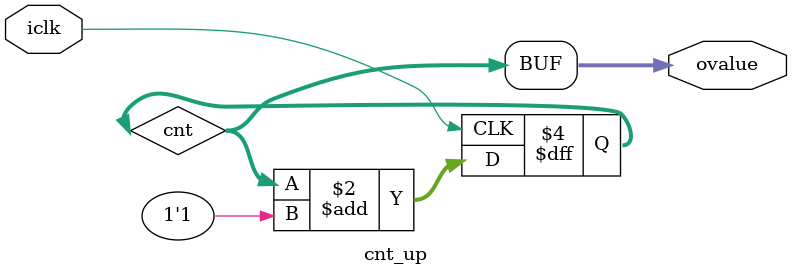
<source format=v>
`timescale 1ns / 1ps



module cnt_up(
    input iclk,
    output [3:0] ovalue
    );
    
    reg [3:0] cnt;
    
    initial begin
        cnt <= 0;
    end
    
    always @(posedge iclk) begin
        cnt <= cnt + 1'b1;
    end
    
    assign ovalue = cnt;
endmodule

</source>
